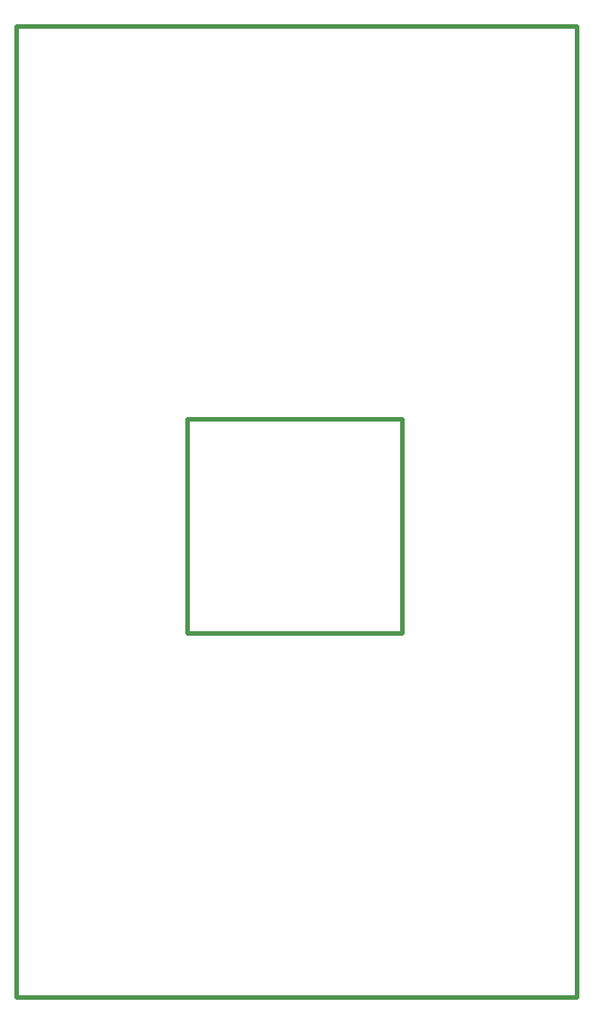
<source format=gko>
G04*
G04 #@! TF.GenerationSoftware,Altium Limited,Altium Designer,20.0.11 (256)*
G04*
G04 Layer_Color=16711935*
%FSLAX25Y25*%
%MOIN*%
G70*
G01*
G75*
%ADD17C,0.01968*%
D17*
X170031Y160126D02*
Y254744D01*
X75543Y160126D02*
X170031D01*
X75543D02*
Y254744D01*
X76287D02*
X170031D01*
X0Y0D02*
X247000D01*
Y427500D01*
X0D02*
X247000D01*
X0Y0D02*
Y427500D01*
M02*

</source>
